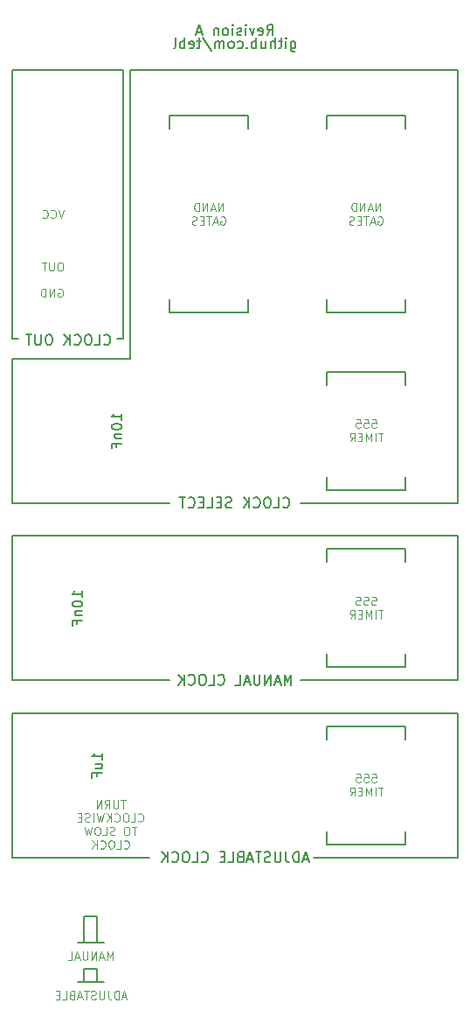
<source format=gbo>
G04 #@! TF.FileFunction,Legend,Bot*
%FSLAX46Y46*%
G04 Gerber Fmt 4.6, Leading zero omitted, Abs format (unit mm)*
G04 Created by KiCad (PCBNEW 4.0.7) date 11/28/19 14:11:55*
%MOMM*%
%LPD*%
G01*
G04 APERTURE LIST*
%ADD10C,0.100000*%
%ADD11C,0.150000*%
%ADD12C,0.200000*%
G04 APERTURE END LIST*
D10*
D11*
X153359762Y-61380714D02*
X153359762Y-62190238D01*
X153407381Y-62285476D01*
X153455000Y-62333095D01*
X153550239Y-62380714D01*
X153693096Y-62380714D01*
X153788334Y-62333095D01*
X153359762Y-61999762D02*
X153455000Y-62047381D01*
X153645477Y-62047381D01*
X153740715Y-61999762D01*
X153788334Y-61952143D01*
X153835953Y-61856905D01*
X153835953Y-61571190D01*
X153788334Y-61475952D01*
X153740715Y-61428333D01*
X153645477Y-61380714D01*
X153455000Y-61380714D01*
X153359762Y-61428333D01*
X152883572Y-62047381D02*
X152883572Y-61380714D01*
X152883572Y-61047381D02*
X152931191Y-61095000D01*
X152883572Y-61142619D01*
X152835953Y-61095000D01*
X152883572Y-61047381D01*
X152883572Y-61142619D01*
X152550239Y-61380714D02*
X152169287Y-61380714D01*
X152407382Y-61047381D02*
X152407382Y-61904524D01*
X152359763Y-61999762D01*
X152264525Y-62047381D01*
X152169287Y-62047381D01*
X151835953Y-62047381D02*
X151835953Y-61047381D01*
X151407381Y-62047381D02*
X151407381Y-61523571D01*
X151455000Y-61428333D01*
X151550238Y-61380714D01*
X151693096Y-61380714D01*
X151788334Y-61428333D01*
X151835953Y-61475952D01*
X150502619Y-61380714D02*
X150502619Y-62047381D01*
X150931191Y-61380714D02*
X150931191Y-61904524D01*
X150883572Y-61999762D01*
X150788334Y-62047381D01*
X150645476Y-62047381D01*
X150550238Y-61999762D01*
X150502619Y-61952143D01*
X150026429Y-62047381D02*
X150026429Y-61047381D01*
X150026429Y-61428333D02*
X149931191Y-61380714D01*
X149740714Y-61380714D01*
X149645476Y-61428333D01*
X149597857Y-61475952D01*
X149550238Y-61571190D01*
X149550238Y-61856905D01*
X149597857Y-61952143D01*
X149645476Y-61999762D01*
X149740714Y-62047381D01*
X149931191Y-62047381D01*
X150026429Y-61999762D01*
X149121667Y-61952143D02*
X149074048Y-61999762D01*
X149121667Y-62047381D01*
X149169286Y-61999762D01*
X149121667Y-61952143D01*
X149121667Y-62047381D01*
X148216905Y-61999762D02*
X148312143Y-62047381D01*
X148502620Y-62047381D01*
X148597858Y-61999762D01*
X148645477Y-61952143D01*
X148693096Y-61856905D01*
X148693096Y-61571190D01*
X148645477Y-61475952D01*
X148597858Y-61428333D01*
X148502620Y-61380714D01*
X148312143Y-61380714D01*
X148216905Y-61428333D01*
X147645477Y-62047381D02*
X147740715Y-61999762D01*
X147788334Y-61952143D01*
X147835953Y-61856905D01*
X147835953Y-61571190D01*
X147788334Y-61475952D01*
X147740715Y-61428333D01*
X147645477Y-61380714D01*
X147502619Y-61380714D01*
X147407381Y-61428333D01*
X147359762Y-61475952D01*
X147312143Y-61571190D01*
X147312143Y-61856905D01*
X147359762Y-61952143D01*
X147407381Y-61999762D01*
X147502619Y-62047381D01*
X147645477Y-62047381D01*
X146883572Y-62047381D02*
X146883572Y-61380714D01*
X146883572Y-61475952D02*
X146835953Y-61428333D01*
X146740715Y-61380714D01*
X146597857Y-61380714D01*
X146502619Y-61428333D01*
X146455000Y-61523571D01*
X146455000Y-62047381D01*
X146455000Y-61523571D02*
X146407381Y-61428333D01*
X146312143Y-61380714D01*
X146169286Y-61380714D01*
X146074048Y-61428333D01*
X146026429Y-61523571D01*
X146026429Y-62047381D01*
X144835953Y-60999762D02*
X145693096Y-62285476D01*
X144645477Y-61380714D02*
X144264525Y-61380714D01*
X144502620Y-61047381D02*
X144502620Y-61904524D01*
X144455001Y-61999762D01*
X144359763Y-62047381D01*
X144264525Y-62047381D01*
X143550238Y-61999762D02*
X143645476Y-62047381D01*
X143835953Y-62047381D01*
X143931191Y-61999762D01*
X143978810Y-61904524D01*
X143978810Y-61523571D01*
X143931191Y-61428333D01*
X143835953Y-61380714D01*
X143645476Y-61380714D01*
X143550238Y-61428333D01*
X143502619Y-61523571D01*
X143502619Y-61618810D01*
X143978810Y-61714048D01*
X143074048Y-62047381D02*
X143074048Y-61047381D01*
X143074048Y-61428333D02*
X142978810Y-61380714D01*
X142788333Y-61380714D01*
X142693095Y-61428333D01*
X142645476Y-61475952D01*
X142597857Y-61571190D01*
X142597857Y-61856905D01*
X142645476Y-61952143D01*
X142693095Y-61999762D01*
X142788333Y-62047381D01*
X142978810Y-62047381D01*
X143074048Y-61999762D01*
X142026429Y-62047381D02*
X142121667Y-61999762D01*
X142169286Y-61904524D01*
X142169286Y-61047381D01*
X151050238Y-60777381D02*
X151383572Y-60301190D01*
X151621667Y-60777381D02*
X151621667Y-59777381D01*
X151240714Y-59777381D01*
X151145476Y-59825000D01*
X151097857Y-59872619D01*
X151050238Y-59967857D01*
X151050238Y-60110714D01*
X151097857Y-60205952D01*
X151145476Y-60253571D01*
X151240714Y-60301190D01*
X151621667Y-60301190D01*
X150240714Y-60729762D02*
X150335952Y-60777381D01*
X150526429Y-60777381D01*
X150621667Y-60729762D01*
X150669286Y-60634524D01*
X150669286Y-60253571D01*
X150621667Y-60158333D01*
X150526429Y-60110714D01*
X150335952Y-60110714D01*
X150240714Y-60158333D01*
X150193095Y-60253571D01*
X150193095Y-60348810D01*
X150669286Y-60444048D01*
X149859762Y-60110714D02*
X149621667Y-60777381D01*
X149383571Y-60110714D01*
X149002619Y-60777381D02*
X149002619Y-60110714D01*
X149002619Y-59777381D02*
X149050238Y-59825000D01*
X149002619Y-59872619D01*
X148955000Y-59825000D01*
X149002619Y-59777381D01*
X149002619Y-59872619D01*
X148574048Y-60729762D02*
X148478810Y-60777381D01*
X148288334Y-60777381D01*
X148193095Y-60729762D01*
X148145476Y-60634524D01*
X148145476Y-60586905D01*
X148193095Y-60491667D01*
X148288334Y-60444048D01*
X148431191Y-60444048D01*
X148526429Y-60396429D01*
X148574048Y-60301190D01*
X148574048Y-60253571D01*
X148526429Y-60158333D01*
X148431191Y-60110714D01*
X148288334Y-60110714D01*
X148193095Y-60158333D01*
X147716905Y-60777381D02*
X147716905Y-60110714D01*
X147716905Y-59777381D02*
X147764524Y-59825000D01*
X147716905Y-59872619D01*
X147669286Y-59825000D01*
X147716905Y-59777381D01*
X147716905Y-59872619D01*
X147097858Y-60777381D02*
X147193096Y-60729762D01*
X147240715Y-60682143D01*
X147288334Y-60586905D01*
X147288334Y-60301190D01*
X147240715Y-60205952D01*
X147193096Y-60158333D01*
X147097858Y-60110714D01*
X146955000Y-60110714D01*
X146859762Y-60158333D01*
X146812143Y-60205952D01*
X146764524Y-60301190D01*
X146764524Y-60586905D01*
X146812143Y-60682143D01*
X146859762Y-60729762D01*
X146955000Y-60777381D01*
X147097858Y-60777381D01*
X146335953Y-60110714D02*
X146335953Y-60777381D01*
X146335953Y-60205952D02*
X146288334Y-60158333D01*
X146193096Y-60110714D01*
X146050238Y-60110714D01*
X145955000Y-60158333D01*
X145907381Y-60253571D01*
X145907381Y-60777381D01*
X144716905Y-60491667D02*
X144240714Y-60491667D01*
X144812143Y-60777381D02*
X144478810Y-59777381D01*
X144145476Y-60777381D01*
D10*
X137356667Y-134771905D02*
X136899524Y-134771905D01*
X137128095Y-135571905D02*
X137128095Y-134771905D01*
X136632857Y-134771905D02*
X136632857Y-135419524D01*
X136594762Y-135495714D01*
X136556666Y-135533810D01*
X136480476Y-135571905D01*
X136328095Y-135571905D01*
X136251904Y-135533810D01*
X136213809Y-135495714D01*
X136175714Y-135419524D01*
X136175714Y-134771905D01*
X135337619Y-135571905D02*
X135604286Y-135190952D01*
X135794762Y-135571905D02*
X135794762Y-134771905D01*
X135490000Y-134771905D01*
X135413809Y-134810000D01*
X135375714Y-134848095D01*
X135337619Y-134924286D01*
X135337619Y-135038571D01*
X135375714Y-135114762D01*
X135413809Y-135152857D01*
X135490000Y-135190952D01*
X135794762Y-135190952D01*
X134994762Y-135571905D02*
X134994762Y-134771905D01*
X134537619Y-135571905D01*
X134537619Y-134771905D01*
X138575714Y-136795714D02*
X138613809Y-136833810D01*
X138728095Y-136871905D01*
X138804285Y-136871905D01*
X138918571Y-136833810D01*
X138994762Y-136757619D01*
X139032857Y-136681429D01*
X139070952Y-136529048D01*
X139070952Y-136414762D01*
X139032857Y-136262381D01*
X138994762Y-136186190D01*
X138918571Y-136110000D01*
X138804285Y-136071905D01*
X138728095Y-136071905D01*
X138613809Y-136110000D01*
X138575714Y-136148095D01*
X137851904Y-136871905D02*
X138232857Y-136871905D01*
X138232857Y-136071905D01*
X137432857Y-136071905D02*
X137280476Y-136071905D01*
X137204285Y-136110000D01*
X137128095Y-136186190D01*
X137090000Y-136338571D01*
X137090000Y-136605238D01*
X137128095Y-136757619D01*
X137204285Y-136833810D01*
X137280476Y-136871905D01*
X137432857Y-136871905D01*
X137509047Y-136833810D01*
X137585238Y-136757619D01*
X137623333Y-136605238D01*
X137623333Y-136338571D01*
X137585238Y-136186190D01*
X137509047Y-136110000D01*
X137432857Y-136071905D01*
X136290000Y-136795714D02*
X136328095Y-136833810D01*
X136442381Y-136871905D01*
X136518571Y-136871905D01*
X136632857Y-136833810D01*
X136709048Y-136757619D01*
X136747143Y-136681429D01*
X136785238Y-136529048D01*
X136785238Y-136414762D01*
X136747143Y-136262381D01*
X136709048Y-136186190D01*
X136632857Y-136110000D01*
X136518571Y-136071905D01*
X136442381Y-136071905D01*
X136328095Y-136110000D01*
X136290000Y-136148095D01*
X135947143Y-136871905D02*
X135947143Y-136071905D01*
X135490000Y-136871905D02*
X135832857Y-136414762D01*
X135490000Y-136071905D02*
X135947143Y-136529048D01*
X135223333Y-136071905D02*
X135032857Y-136871905D01*
X134880476Y-136300476D01*
X134728095Y-136871905D01*
X134537619Y-136071905D01*
X134232857Y-136871905D02*
X134232857Y-136071905D01*
X133890000Y-136833810D02*
X133775714Y-136871905D01*
X133585238Y-136871905D01*
X133509048Y-136833810D01*
X133470952Y-136795714D01*
X133432857Y-136719524D01*
X133432857Y-136643333D01*
X133470952Y-136567143D01*
X133509048Y-136529048D01*
X133585238Y-136490952D01*
X133737619Y-136452857D01*
X133813810Y-136414762D01*
X133851905Y-136376667D01*
X133890000Y-136300476D01*
X133890000Y-136224286D01*
X133851905Y-136148095D01*
X133813810Y-136110000D01*
X133737619Y-136071905D01*
X133547143Y-136071905D01*
X133432857Y-136110000D01*
X133090000Y-136452857D02*
X132823333Y-136452857D01*
X132709047Y-136871905D02*
X133090000Y-136871905D01*
X133090000Y-136071905D01*
X132709047Y-136071905D01*
X138423334Y-137371905D02*
X137966191Y-137371905D01*
X138194762Y-138171905D02*
X138194762Y-137371905D01*
X137547143Y-137371905D02*
X137394762Y-137371905D01*
X137318571Y-137410000D01*
X137242381Y-137486190D01*
X137204286Y-137638571D01*
X137204286Y-137905238D01*
X137242381Y-138057619D01*
X137318571Y-138133810D01*
X137394762Y-138171905D01*
X137547143Y-138171905D01*
X137623333Y-138133810D01*
X137699524Y-138057619D01*
X137737619Y-137905238D01*
X137737619Y-137638571D01*
X137699524Y-137486190D01*
X137623333Y-137410000D01*
X137547143Y-137371905D01*
X136290000Y-138133810D02*
X136175714Y-138171905D01*
X135985238Y-138171905D01*
X135909048Y-138133810D01*
X135870952Y-138095714D01*
X135832857Y-138019524D01*
X135832857Y-137943333D01*
X135870952Y-137867143D01*
X135909048Y-137829048D01*
X135985238Y-137790952D01*
X136137619Y-137752857D01*
X136213810Y-137714762D01*
X136251905Y-137676667D01*
X136290000Y-137600476D01*
X136290000Y-137524286D01*
X136251905Y-137448095D01*
X136213810Y-137410000D01*
X136137619Y-137371905D01*
X135947143Y-137371905D01*
X135832857Y-137410000D01*
X135109047Y-138171905D02*
X135490000Y-138171905D01*
X135490000Y-137371905D01*
X134690000Y-137371905D02*
X134537619Y-137371905D01*
X134461428Y-137410000D01*
X134385238Y-137486190D01*
X134347143Y-137638571D01*
X134347143Y-137905238D01*
X134385238Y-138057619D01*
X134461428Y-138133810D01*
X134537619Y-138171905D01*
X134690000Y-138171905D01*
X134766190Y-138133810D01*
X134842381Y-138057619D01*
X134880476Y-137905238D01*
X134880476Y-137638571D01*
X134842381Y-137486190D01*
X134766190Y-137410000D01*
X134690000Y-137371905D01*
X134080476Y-137371905D02*
X133890000Y-138171905D01*
X133737619Y-137600476D01*
X133585238Y-138171905D01*
X133394762Y-137371905D01*
X137185238Y-139395714D02*
X137223333Y-139433810D01*
X137337619Y-139471905D01*
X137413809Y-139471905D01*
X137528095Y-139433810D01*
X137604286Y-139357619D01*
X137642381Y-139281429D01*
X137680476Y-139129048D01*
X137680476Y-139014762D01*
X137642381Y-138862381D01*
X137604286Y-138786190D01*
X137528095Y-138710000D01*
X137413809Y-138671905D01*
X137337619Y-138671905D01*
X137223333Y-138710000D01*
X137185238Y-138748095D01*
X136461428Y-139471905D02*
X136842381Y-139471905D01*
X136842381Y-138671905D01*
X136042381Y-138671905D02*
X135890000Y-138671905D01*
X135813809Y-138710000D01*
X135737619Y-138786190D01*
X135699524Y-138938571D01*
X135699524Y-139205238D01*
X135737619Y-139357619D01*
X135813809Y-139433810D01*
X135890000Y-139471905D01*
X136042381Y-139471905D01*
X136118571Y-139433810D01*
X136194762Y-139357619D01*
X136232857Y-139205238D01*
X136232857Y-138938571D01*
X136194762Y-138786190D01*
X136118571Y-138710000D01*
X136042381Y-138671905D01*
X134899524Y-139395714D02*
X134937619Y-139433810D01*
X135051905Y-139471905D01*
X135128095Y-139471905D01*
X135242381Y-139433810D01*
X135318572Y-139357619D01*
X135356667Y-139281429D01*
X135394762Y-139129048D01*
X135394762Y-139014762D01*
X135356667Y-138862381D01*
X135318572Y-138786190D01*
X135242381Y-138710000D01*
X135128095Y-138671905D01*
X135051905Y-138671905D01*
X134937619Y-138710000D01*
X134899524Y-138748095D01*
X134556667Y-139471905D02*
X134556667Y-138671905D01*
X134099524Y-139471905D02*
X134442381Y-139014762D01*
X134099524Y-138671905D02*
X134556667Y-139129048D01*
D12*
X133350000Y-148590000D02*
X134620000Y-148590000D01*
X133350000Y-152400000D02*
X134620000Y-152400000D01*
D10*
X137413571Y-153803333D02*
X137032619Y-153803333D01*
X137489762Y-154031905D02*
X137223095Y-153231905D01*
X136956428Y-154031905D01*
X136689762Y-154031905D02*
X136689762Y-153231905D01*
X136499286Y-153231905D01*
X136385000Y-153270000D01*
X136308809Y-153346190D01*
X136270714Y-153422381D01*
X136232619Y-153574762D01*
X136232619Y-153689048D01*
X136270714Y-153841429D01*
X136308809Y-153917619D01*
X136385000Y-153993810D01*
X136499286Y-154031905D01*
X136689762Y-154031905D01*
X135661190Y-153231905D02*
X135661190Y-153803333D01*
X135699286Y-153917619D01*
X135775476Y-153993810D01*
X135889762Y-154031905D01*
X135965952Y-154031905D01*
X135280238Y-153231905D02*
X135280238Y-153879524D01*
X135242143Y-153955714D01*
X135204047Y-153993810D01*
X135127857Y-154031905D01*
X134975476Y-154031905D01*
X134899285Y-153993810D01*
X134861190Y-153955714D01*
X134823095Y-153879524D01*
X134823095Y-153231905D01*
X134480238Y-153993810D02*
X134365952Y-154031905D01*
X134175476Y-154031905D01*
X134099286Y-153993810D01*
X134061190Y-153955714D01*
X134023095Y-153879524D01*
X134023095Y-153803333D01*
X134061190Y-153727143D01*
X134099286Y-153689048D01*
X134175476Y-153650952D01*
X134327857Y-153612857D01*
X134404048Y-153574762D01*
X134442143Y-153536667D01*
X134480238Y-153460476D01*
X134480238Y-153384286D01*
X134442143Y-153308095D01*
X134404048Y-153270000D01*
X134327857Y-153231905D01*
X134137381Y-153231905D01*
X134023095Y-153270000D01*
X133794524Y-153231905D02*
X133337381Y-153231905D01*
X133565952Y-154031905D02*
X133565952Y-153231905D01*
X133108809Y-153803333D02*
X132727857Y-153803333D01*
X133185000Y-154031905D02*
X132918333Y-153231905D01*
X132651666Y-154031905D01*
X132118333Y-153612857D02*
X132004047Y-153650952D01*
X131965952Y-153689048D01*
X131927857Y-153765238D01*
X131927857Y-153879524D01*
X131965952Y-153955714D01*
X132004047Y-153993810D01*
X132080238Y-154031905D01*
X132385000Y-154031905D01*
X132385000Y-153231905D01*
X132118333Y-153231905D01*
X132042143Y-153270000D01*
X132004047Y-153308095D01*
X131965952Y-153384286D01*
X131965952Y-153460476D01*
X132004047Y-153536667D01*
X132042143Y-153574762D01*
X132118333Y-153612857D01*
X132385000Y-153612857D01*
X131204047Y-154031905D02*
X131585000Y-154031905D01*
X131585000Y-153231905D01*
X130937381Y-153612857D02*
X130670714Y-153612857D01*
X130556428Y-154031905D02*
X130937381Y-154031905D01*
X130937381Y-153231905D01*
X130556428Y-153231905D01*
D12*
X133350000Y-148590000D02*
X132715000Y-148590000D01*
X134620000Y-148590000D02*
X135255000Y-148590000D01*
X134620000Y-146050000D02*
X134620000Y-148590000D01*
X133350000Y-146050000D02*
X134620000Y-146050000D01*
X133350000Y-148590000D02*
X133350000Y-146050000D01*
X133350000Y-151130000D02*
X134620000Y-151130000D01*
X133350000Y-152400000D02*
X132715000Y-152400000D01*
X133350000Y-151130000D02*
X133350000Y-152400000D01*
X134620000Y-152400000D02*
X135255000Y-152400000D01*
X134620000Y-151130000D02*
X134620000Y-152400000D01*
D10*
X136099285Y-150221905D02*
X136099285Y-149421905D01*
X135832618Y-149993333D01*
X135565951Y-149421905D01*
X135565951Y-150221905D01*
X135223094Y-149993333D02*
X134842142Y-149993333D01*
X135299285Y-150221905D02*
X135032618Y-149421905D01*
X134765951Y-150221905D01*
X134499285Y-150221905D02*
X134499285Y-149421905D01*
X134042142Y-150221905D01*
X134042142Y-149421905D01*
X133661190Y-149421905D02*
X133661190Y-150069524D01*
X133623095Y-150145714D01*
X133584999Y-150183810D01*
X133508809Y-150221905D01*
X133356428Y-150221905D01*
X133280237Y-150183810D01*
X133242142Y-150145714D01*
X133204047Y-150069524D01*
X133204047Y-149421905D01*
X132861190Y-149993333D02*
X132480238Y-149993333D01*
X132937381Y-150221905D02*
X132670714Y-149421905D01*
X132404047Y-150221905D01*
X131756428Y-150221905D02*
X132137381Y-150221905D01*
X132137381Y-149421905D01*
X131102143Y-82746905D02*
X130949762Y-82746905D01*
X130873571Y-82785000D01*
X130797381Y-82861190D01*
X130759286Y-83013571D01*
X130759286Y-83280238D01*
X130797381Y-83432619D01*
X130873571Y-83508810D01*
X130949762Y-83546905D01*
X131102143Y-83546905D01*
X131178333Y-83508810D01*
X131254524Y-83432619D01*
X131292619Y-83280238D01*
X131292619Y-83013571D01*
X131254524Y-82861190D01*
X131178333Y-82785000D01*
X131102143Y-82746905D01*
X130416429Y-82746905D02*
X130416429Y-83394524D01*
X130378334Y-83470714D01*
X130340238Y-83508810D01*
X130264048Y-83546905D01*
X130111667Y-83546905D01*
X130035476Y-83508810D01*
X129997381Y-83470714D01*
X129959286Y-83394524D01*
X129959286Y-82746905D01*
X129692620Y-82746905D02*
X129235477Y-82746905D01*
X129464048Y-83546905D02*
X129464048Y-82746905D01*
X130835476Y-85325000D02*
X130911667Y-85286905D01*
X131025952Y-85286905D01*
X131140238Y-85325000D01*
X131216429Y-85401190D01*
X131254524Y-85477381D01*
X131292619Y-85629762D01*
X131292619Y-85744048D01*
X131254524Y-85896429D01*
X131216429Y-85972619D01*
X131140238Y-86048810D01*
X131025952Y-86086905D01*
X130949762Y-86086905D01*
X130835476Y-86048810D01*
X130797381Y-86010714D01*
X130797381Y-85744048D01*
X130949762Y-85744048D01*
X130454524Y-86086905D02*
X130454524Y-85286905D01*
X129997381Y-86086905D01*
X129997381Y-85286905D01*
X129616429Y-86086905D02*
X129616429Y-85286905D01*
X129425953Y-85286905D01*
X129311667Y-85325000D01*
X129235476Y-85401190D01*
X129197381Y-85477381D01*
X129159286Y-85629762D01*
X129159286Y-85744048D01*
X129197381Y-85896429D01*
X129235476Y-85972619D01*
X129311667Y-86048810D01*
X129425953Y-86086905D01*
X129616429Y-86086905D01*
X131368810Y-77666905D02*
X131102143Y-78466905D01*
X130835476Y-77666905D01*
X130111667Y-78390714D02*
X130149762Y-78428810D01*
X130264048Y-78466905D01*
X130340238Y-78466905D01*
X130454524Y-78428810D01*
X130530715Y-78352619D01*
X130568810Y-78276429D01*
X130606905Y-78124048D01*
X130606905Y-78009762D01*
X130568810Y-77857381D01*
X130530715Y-77781190D01*
X130454524Y-77705000D01*
X130340238Y-77666905D01*
X130264048Y-77666905D01*
X130149762Y-77705000D01*
X130111667Y-77743095D01*
X129311667Y-78390714D02*
X129349762Y-78428810D01*
X129464048Y-78466905D01*
X129540238Y-78466905D01*
X129654524Y-78428810D01*
X129730715Y-78352619D01*
X129768810Y-78276429D01*
X129806905Y-78124048D01*
X129806905Y-78009762D01*
X129768810Y-77857381D01*
X129730715Y-77781190D01*
X129654524Y-77705000D01*
X129540238Y-77666905D01*
X129464048Y-77666905D01*
X129349762Y-77705000D01*
X129311667Y-77743095D01*
D11*
X135254571Y-90654143D02*
X135302190Y-90701762D01*
X135445047Y-90749381D01*
X135540285Y-90749381D01*
X135683143Y-90701762D01*
X135778381Y-90606524D01*
X135826000Y-90511286D01*
X135873619Y-90320810D01*
X135873619Y-90177952D01*
X135826000Y-89987476D01*
X135778381Y-89892238D01*
X135683143Y-89797000D01*
X135540285Y-89749381D01*
X135445047Y-89749381D01*
X135302190Y-89797000D01*
X135254571Y-89844619D01*
X134349809Y-90749381D02*
X134826000Y-90749381D01*
X134826000Y-89749381D01*
X133826000Y-89749381D02*
X133635523Y-89749381D01*
X133540285Y-89797000D01*
X133445047Y-89892238D01*
X133397428Y-90082714D01*
X133397428Y-90416048D01*
X133445047Y-90606524D01*
X133540285Y-90701762D01*
X133635523Y-90749381D01*
X133826000Y-90749381D01*
X133921238Y-90701762D01*
X134016476Y-90606524D01*
X134064095Y-90416048D01*
X134064095Y-90082714D01*
X134016476Y-89892238D01*
X133921238Y-89797000D01*
X133826000Y-89749381D01*
X132397428Y-90654143D02*
X132445047Y-90701762D01*
X132587904Y-90749381D01*
X132683142Y-90749381D01*
X132826000Y-90701762D01*
X132921238Y-90606524D01*
X132968857Y-90511286D01*
X133016476Y-90320810D01*
X133016476Y-90177952D01*
X132968857Y-89987476D01*
X132921238Y-89892238D01*
X132826000Y-89797000D01*
X132683142Y-89749381D01*
X132587904Y-89749381D01*
X132445047Y-89797000D01*
X132397428Y-89844619D01*
X131968857Y-90749381D02*
X131968857Y-89749381D01*
X131397428Y-90749381D02*
X131826000Y-90177952D01*
X131397428Y-89749381D02*
X131968857Y-90320810D01*
X130016476Y-89749381D02*
X129825999Y-89749381D01*
X129730761Y-89797000D01*
X129635523Y-89892238D01*
X129587904Y-90082714D01*
X129587904Y-90416048D01*
X129635523Y-90606524D01*
X129730761Y-90701762D01*
X129825999Y-90749381D01*
X130016476Y-90749381D01*
X130111714Y-90701762D01*
X130206952Y-90606524D01*
X130254571Y-90416048D01*
X130254571Y-90082714D01*
X130206952Y-89892238D01*
X130111714Y-89797000D01*
X130016476Y-89749381D01*
X129159333Y-89749381D02*
X129159333Y-90558905D01*
X129111714Y-90654143D01*
X129064095Y-90701762D01*
X128968857Y-90749381D01*
X128778380Y-90749381D01*
X128683142Y-90701762D01*
X128635523Y-90654143D01*
X128587904Y-90558905D01*
X128587904Y-89749381D01*
X128254571Y-89749381D02*
X127683142Y-89749381D01*
X127968857Y-90749381D02*
X127968857Y-89749381D01*
D12*
X126365000Y-90170000D02*
X126365000Y-64135000D01*
X127000000Y-90170000D02*
X126365000Y-90170000D01*
X137160000Y-90170000D02*
X136525000Y-90170000D01*
X137160000Y-64135000D02*
X137160000Y-90170000D01*
X126365000Y-64135000D02*
X137160000Y-64135000D01*
D11*
X155050239Y-140501667D02*
X154574048Y-140501667D01*
X155145477Y-140787381D02*
X154812144Y-139787381D01*
X154478810Y-140787381D01*
X154145477Y-140787381D02*
X154145477Y-139787381D01*
X153907382Y-139787381D01*
X153764524Y-139835000D01*
X153669286Y-139930238D01*
X153621667Y-140025476D01*
X153574048Y-140215952D01*
X153574048Y-140358810D01*
X153621667Y-140549286D01*
X153669286Y-140644524D01*
X153764524Y-140739762D01*
X153907382Y-140787381D01*
X154145477Y-140787381D01*
X152859762Y-139787381D02*
X152859762Y-140501667D01*
X152907382Y-140644524D01*
X153002620Y-140739762D01*
X153145477Y-140787381D01*
X153240715Y-140787381D01*
X152383572Y-139787381D02*
X152383572Y-140596905D01*
X152335953Y-140692143D01*
X152288334Y-140739762D01*
X152193096Y-140787381D01*
X152002619Y-140787381D01*
X151907381Y-140739762D01*
X151859762Y-140692143D01*
X151812143Y-140596905D01*
X151812143Y-139787381D01*
X151383572Y-140739762D02*
X151240715Y-140787381D01*
X151002619Y-140787381D01*
X150907381Y-140739762D01*
X150859762Y-140692143D01*
X150812143Y-140596905D01*
X150812143Y-140501667D01*
X150859762Y-140406429D01*
X150907381Y-140358810D01*
X151002619Y-140311190D01*
X151193096Y-140263571D01*
X151288334Y-140215952D01*
X151335953Y-140168333D01*
X151383572Y-140073095D01*
X151383572Y-139977857D01*
X151335953Y-139882619D01*
X151288334Y-139835000D01*
X151193096Y-139787381D01*
X150955000Y-139787381D01*
X150812143Y-139835000D01*
X150526429Y-139787381D02*
X149955000Y-139787381D01*
X150240715Y-140787381D02*
X150240715Y-139787381D01*
X149669286Y-140501667D02*
X149193095Y-140501667D01*
X149764524Y-140787381D02*
X149431191Y-139787381D01*
X149097857Y-140787381D01*
X148431190Y-140263571D02*
X148288333Y-140311190D01*
X148240714Y-140358810D01*
X148193095Y-140454048D01*
X148193095Y-140596905D01*
X148240714Y-140692143D01*
X148288333Y-140739762D01*
X148383571Y-140787381D01*
X148764524Y-140787381D01*
X148764524Y-139787381D01*
X148431190Y-139787381D01*
X148335952Y-139835000D01*
X148288333Y-139882619D01*
X148240714Y-139977857D01*
X148240714Y-140073095D01*
X148288333Y-140168333D01*
X148335952Y-140215952D01*
X148431190Y-140263571D01*
X148764524Y-140263571D01*
X147288333Y-140787381D02*
X147764524Y-140787381D01*
X147764524Y-139787381D01*
X146955000Y-140263571D02*
X146621666Y-140263571D01*
X146478809Y-140787381D02*
X146955000Y-140787381D01*
X146955000Y-139787381D01*
X146478809Y-139787381D01*
X144716904Y-140692143D02*
X144764523Y-140739762D01*
X144907380Y-140787381D01*
X145002618Y-140787381D01*
X145145476Y-140739762D01*
X145240714Y-140644524D01*
X145288333Y-140549286D01*
X145335952Y-140358810D01*
X145335952Y-140215952D01*
X145288333Y-140025476D01*
X145240714Y-139930238D01*
X145145476Y-139835000D01*
X145002618Y-139787381D01*
X144907380Y-139787381D01*
X144764523Y-139835000D01*
X144716904Y-139882619D01*
X143812142Y-140787381D02*
X144288333Y-140787381D01*
X144288333Y-139787381D01*
X143288333Y-139787381D02*
X143097856Y-139787381D01*
X143002618Y-139835000D01*
X142907380Y-139930238D01*
X142859761Y-140120714D01*
X142859761Y-140454048D01*
X142907380Y-140644524D01*
X143002618Y-140739762D01*
X143097856Y-140787381D01*
X143288333Y-140787381D01*
X143383571Y-140739762D01*
X143478809Y-140644524D01*
X143526428Y-140454048D01*
X143526428Y-140120714D01*
X143478809Y-139930238D01*
X143383571Y-139835000D01*
X143288333Y-139787381D01*
X141859761Y-140692143D02*
X141907380Y-140739762D01*
X142050237Y-140787381D01*
X142145475Y-140787381D01*
X142288333Y-140739762D01*
X142383571Y-140644524D01*
X142431190Y-140549286D01*
X142478809Y-140358810D01*
X142478809Y-140215952D01*
X142431190Y-140025476D01*
X142383571Y-139930238D01*
X142288333Y-139835000D01*
X142145475Y-139787381D01*
X142050237Y-139787381D01*
X141907380Y-139835000D01*
X141859761Y-139882619D01*
X141431190Y-140787381D02*
X141431190Y-139787381D01*
X140859761Y-140787381D02*
X141288333Y-140215952D01*
X140859761Y-139787381D02*
X141431190Y-140358810D01*
D12*
X126365000Y-140335000D02*
X126365000Y-126365000D01*
X139700000Y-140335000D02*
X126365000Y-140335000D01*
X169545000Y-140335000D02*
X155575000Y-140335000D01*
X169545000Y-126365000D02*
X169545000Y-140335000D01*
X126365000Y-126365000D02*
X169545000Y-126365000D01*
D11*
X153407381Y-123642381D02*
X153407381Y-122642381D01*
X153074047Y-123356667D01*
X152740714Y-122642381D01*
X152740714Y-123642381D01*
X152312143Y-123356667D02*
X151835952Y-123356667D01*
X152407381Y-123642381D02*
X152074048Y-122642381D01*
X151740714Y-123642381D01*
X151407381Y-123642381D02*
X151407381Y-122642381D01*
X150835952Y-123642381D01*
X150835952Y-122642381D01*
X150359762Y-122642381D02*
X150359762Y-123451905D01*
X150312143Y-123547143D01*
X150264524Y-123594762D01*
X150169286Y-123642381D01*
X149978809Y-123642381D01*
X149883571Y-123594762D01*
X149835952Y-123547143D01*
X149788333Y-123451905D01*
X149788333Y-122642381D01*
X149359762Y-123356667D02*
X148883571Y-123356667D01*
X149455000Y-123642381D02*
X149121667Y-122642381D01*
X148788333Y-123642381D01*
X147978809Y-123642381D02*
X148455000Y-123642381D01*
X148455000Y-122642381D01*
X146312142Y-123547143D02*
X146359761Y-123594762D01*
X146502618Y-123642381D01*
X146597856Y-123642381D01*
X146740714Y-123594762D01*
X146835952Y-123499524D01*
X146883571Y-123404286D01*
X146931190Y-123213810D01*
X146931190Y-123070952D01*
X146883571Y-122880476D01*
X146835952Y-122785238D01*
X146740714Y-122690000D01*
X146597856Y-122642381D01*
X146502618Y-122642381D01*
X146359761Y-122690000D01*
X146312142Y-122737619D01*
X145407380Y-123642381D02*
X145883571Y-123642381D01*
X145883571Y-122642381D01*
X144883571Y-122642381D02*
X144693094Y-122642381D01*
X144597856Y-122690000D01*
X144502618Y-122785238D01*
X144454999Y-122975714D01*
X144454999Y-123309048D01*
X144502618Y-123499524D01*
X144597856Y-123594762D01*
X144693094Y-123642381D01*
X144883571Y-123642381D01*
X144978809Y-123594762D01*
X145074047Y-123499524D01*
X145121666Y-123309048D01*
X145121666Y-122975714D01*
X145074047Y-122785238D01*
X144978809Y-122690000D01*
X144883571Y-122642381D01*
X143454999Y-123547143D02*
X143502618Y-123594762D01*
X143645475Y-123642381D01*
X143740713Y-123642381D01*
X143883571Y-123594762D01*
X143978809Y-123499524D01*
X144026428Y-123404286D01*
X144074047Y-123213810D01*
X144074047Y-123070952D01*
X144026428Y-122880476D01*
X143978809Y-122785238D01*
X143883571Y-122690000D01*
X143740713Y-122642381D01*
X143645475Y-122642381D01*
X143502618Y-122690000D01*
X143454999Y-122737619D01*
X143026428Y-123642381D02*
X143026428Y-122642381D01*
X142454999Y-123642381D02*
X142883571Y-123070952D01*
X142454999Y-122642381D02*
X143026428Y-123213810D01*
D12*
X126365000Y-123190000D02*
X126365000Y-109220000D01*
X141605000Y-123190000D02*
X126365000Y-123190000D01*
X169545000Y-123190000D02*
X154305000Y-123190000D01*
X169545000Y-109220000D02*
X169545000Y-123190000D01*
X126365000Y-109220000D02*
X169545000Y-109220000D01*
D11*
X152621667Y-106402143D02*
X152669286Y-106449762D01*
X152812143Y-106497381D01*
X152907381Y-106497381D01*
X153050239Y-106449762D01*
X153145477Y-106354524D01*
X153193096Y-106259286D01*
X153240715Y-106068810D01*
X153240715Y-105925952D01*
X153193096Y-105735476D01*
X153145477Y-105640238D01*
X153050239Y-105545000D01*
X152907381Y-105497381D01*
X152812143Y-105497381D01*
X152669286Y-105545000D01*
X152621667Y-105592619D01*
X151716905Y-106497381D02*
X152193096Y-106497381D01*
X152193096Y-105497381D01*
X151193096Y-105497381D02*
X151002619Y-105497381D01*
X150907381Y-105545000D01*
X150812143Y-105640238D01*
X150764524Y-105830714D01*
X150764524Y-106164048D01*
X150812143Y-106354524D01*
X150907381Y-106449762D01*
X151002619Y-106497381D01*
X151193096Y-106497381D01*
X151288334Y-106449762D01*
X151383572Y-106354524D01*
X151431191Y-106164048D01*
X151431191Y-105830714D01*
X151383572Y-105640238D01*
X151288334Y-105545000D01*
X151193096Y-105497381D01*
X149764524Y-106402143D02*
X149812143Y-106449762D01*
X149955000Y-106497381D01*
X150050238Y-106497381D01*
X150193096Y-106449762D01*
X150288334Y-106354524D01*
X150335953Y-106259286D01*
X150383572Y-106068810D01*
X150383572Y-105925952D01*
X150335953Y-105735476D01*
X150288334Y-105640238D01*
X150193096Y-105545000D01*
X150050238Y-105497381D01*
X149955000Y-105497381D01*
X149812143Y-105545000D01*
X149764524Y-105592619D01*
X149335953Y-106497381D02*
X149335953Y-105497381D01*
X148764524Y-106497381D02*
X149193096Y-105925952D01*
X148764524Y-105497381D02*
X149335953Y-106068810D01*
X147621667Y-106449762D02*
X147478810Y-106497381D01*
X147240714Y-106497381D01*
X147145476Y-106449762D01*
X147097857Y-106402143D01*
X147050238Y-106306905D01*
X147050238Y-106211667D01*
X147097857Y-106116429D01*
X147145476Y-106068810D01*
X147240714Y-106021190D01*
X147431191Y-105973571D01*
X147526429Y-105925952D01*
X147574048Y-105878333D01*
X147621667Y-105783095D01*
X147621667Y-105687857D01*
X147574048Y-105592619D01*
X147526429Y-105545000D01*
X147431191Y-105497381D01*
X147193095Y-105497381D01*
X147050238Y-105545000D01*
X146621667Y-105973571D02*
X146288333Y-105973571D01*
X146145476Y-106497381D02*
X146621667Y-106497381D01*
X146621667Y-105497381D01*
X146145476Y-105497381D01*
X145240714Y-106497381D02*
X145716905Y-106497381D01*
X145716905Y-105497381D01*
X144907381Y-105973571D02*
X144574047Y-105973571D01*
X144431190Y-106497381D02*
X144907381Y-106497381D01*
X144907381Y-105497381D01*
X144431190Y-105497381D01*
X143431190Y-106402143D02*
X143478809Y-106449762D01*
X143621666Y-106497381D01*
X143716904Y-106497381D01*
X143859762Y-106449762D01*
X143955000Y-106354524D01*
X144002619Y-106259286D01*
X144050238Y-106068810D01*
X144050238Y-105925952D01*
X144002619Y-105735476D01*
X143955000Y-105640238D01*
X143859762Y-105545000D01*
X143716904Y-105497381D01*
X143621666Y-105497381D01*
X143478809Y-105545000D01*
X143431190Y-105592619D01*
X143145476Y-105497381D02*
X142574047Y-105497381D01*
X142859762Y-106497381D02*
X142859762Y-105497381D01*
D12*
X126365000Y-106045000D02*
X126365000Y-92075000D01*
X141605000Y-106045000D02*
X126365000Y-106045000D01*
X169545000Y-106045000D02*
X154305000Y-106045000D01*
X169545000Y-64135000D02*
X169545000Y-106045000D01*
X137795000Y-64135000D02*
X169545000Y-64135000D01*
X137795000Y-92075000D02*
X137795000Y-64135000D01*
X126365000Y-92075000D02*
X137795000Y-92075000D01*
D10*
X161226428Y-132261905D02*
X161607381Y-132261905D01*
X161645476Y-132642857D01*
X161607381Y-132604762D01*
X161531190Y-132566667D01*
X161340714Y-132566667D01*
X161264524Y-132604762D01*
X161226428Y-132642857D01*
X161188333Y-132719048D01*
X161188333Y-132909524D01*
X161226428Y-132985714D01*
X161264524Y-133023810D01*
X161340714Y-133061905D01*
X161531190Y-133061905D01*
X161607381Y-133023810D01*
X161645476Y-132985714D01*
X160464523Y-132261905D02*
X160845476Y-132261905D01*
X160883571Y-132642857D01*
X160845476Y-132604762D01*
X160769285Y-132566667D01*
X160578809Y-132566667D01*
X160502619Y-132604762D01*
X160464523Y-132642857D01*
X160426428Y-132719048D01*
X160426428Y-132909524D01*
X160464523Y-132985714D01*
X160502619Y-133023810D01*
X160578809Y-133061905D01*
X160769285Y-133061905D01*
X160845476Y-133023810D01*
X160883571Y-132985714D01*
X159702618Y-132261905D02*
X160083571Y-132261905D01*
X160121666Y-132642857D01*
X160083571Y-132604762D01*
X160007380Y-132566667D01*
X159816904Y-132566667D01*
X159740714Y-132604762D01*
X159702618Y-132642857D01*
X159664523Y-132719048D01*
X159664523Y-132909524D01*
X159702618Y-132985714D01*
X159740714Y-133023810D01*
X159816904Y-133061905D01*
X160007380Y-133061905D01*
X160083571Y-133023810D01*
X160121666Y-132985714D01*
X162293096Y-133561905D02*
X161835953Y-133561905D01*
X162064524Y-134361905D02*
X162064524Y-133561905D01*
X161569286Y-134361905D02*
X161569286Y-133561905D01*
X161188334Y-134361905D02*
X161188334Y-133561905D01*
X160921667Y-134133333D01*
X160655000Y-133561905D01*
X160655000Y-134361905D01*
X160274048Y-133942857D02*
X160007381Y-133942857D01*
X159893095Y-134361905D02*
X160274048Y-134361905D01*
X160274048Y-133561905D01*
X159893095Y-133561905D01*
X159093095Y-134361905D02*
X159359762Y-133980952D01*
X159550238Y-134361905D02*
X159550238Y-133561905D01*
X159245476Y-133561905D01*
X159169285Y-133600000D01*
X159131190Y-133638095D01*
X159093095Y-133714286D01*
X159093095Y-133828571D01*
X159131190Y-133904762D01*
X159169285Y-133942857D01*
X159245476Y-133980952D01*
X159550238Y-133980952D01*
X161226428Y-115116905D02*
X161607381Y-115116905D01*
X161645476Y-115497857D01*
X161607381Y-115459762D01*
X161531190Y-115421667D01*
X161340714Y-115421667D01*
X161264524Y-115459762D01*
X161226428Y-115497857D01*
X161188333Y-115574048D01*
X161188333Y-115764524D01*
X161226428Y-115840714D01*
X161264524Y-115878810D01*
X161340714Y-115916905D01*
X161531190Y-115916905D01*
X161607381Y-115878810D01*
X161645476Y-115840714D01*
X160464523Y-115116905D02*
X160845476Y-115116905D01*
X160883571Y-115497857D01*
X160845476Y-115459762D01*
X160769285Y-115421667D01*
X160578809Y-115421667D01*
X160502619Y-115459762D01*
X160464523Y-115497857D01*
X160426428Y-115574048D01*
X160426428Y-115764524D01*
X160464523Y-115840714D01*
X160502619Y-115878810D01*
X160578809Y-115916905D01*
X160769285Y-115916905D01*
X160845476Y-115878810D01*
X160883571Y-115840714D01*
X159702618Y-115116905D02*
X160083571Y-115116905D01*
X160121666Y-115497857D01*
X160083571Y-115459762D01*
X160007380Y-115421667D01*
X159816904Y-115421667D01*
X159740714Y-115459762D01*
X159702618Y-115497857D01*
X159664523Y-115574048D01*
X159664523Y-115764524D01*
X159702618Y-115840714D01*
X159740714Y-115878810D01*
X159816904Y-115916905D01*
X160007380Y-115916905D01*
X160083571Y-115878810D01*
X160121666Y-115840714D01*
X162293096Y-116416905D02*
X161835953Y-116416905D01*
X162064524Y-117216905D02*
X162064524Y-116416905D01*
X161569286Y-117216905D02*
X161569286Y-116416905D01*
X161188334Y-117216905D02*
X161188334Y-116416905D01*
X160921667Y-116988333D01*
X160655000Y-116416905D01*
X160655000Y-117216905D01*
X160274048Y-116797857D02*
X160007381Y-116797857D01*
X159893095Y-117216905D02*
X160274048Y-117216905D01*
X160274048Y-116416905D01*
X159893095Y-116416905D01*
X159093095Y-117216905D02*
X159359762Y-116835952D01*
X159550238Y-117216905D02*
X159550238Y-116416905D01*
X159245476Y-116416905D01*
X159169285Y-116455000D01*
X159131190Y-116493095D01*
X159093095Y-116569286D01*
X159093095Y-116683571D01*
X159131190Y-116759762D01*
X159169285Y-116797857D01*
X159245476Y-116835952D01*
X159550238Y-116835952D01*
X161226428Y-97971905D02*
X161607381Y-97971905D01*
X161645476Y-98352857D01*
X161607381Y-98314762D01*
X161531190Y-98276667D01*
X161340714Y-98276667D01*
X161264524Y-98314762D01*
X161226428Y-98352857D01*
X161188333Y-98429048D01*
X161188333Y-98619524D01*
X161226428Y-98695714D01*
X161264524Y-98733810D01*
X161340714Y-98771905D01*
X161531190Y-98771905D01*
X161607381Y-98733810D01*
X161645476Y-98695714D01*
X160464523Y-97971905D02*
X160845476Y-97971905D01*
X160883571Y-98352857D01*
X160845476Y-98314762D01*
X160769285Y-98276667D01*
X160578809Y-98276667D01*
X160502619Y-98314762D01*
X160464523Y-98352857D01*
X160426428Y-98429048D01*
X160426428Y-98619524D01*
X160464523Y-98695714D01*
X160502619Y-98733810D01*
X160578809Y-98771905D01*
X160769285Y-98771905D01*
X160845476Y-98733810D01*
X160883571Y-98695714D01*
X159702618Y-97971905D02*
X160083571Y-97971905D01*
X160121666Y-98352857D01*
X160083571Y-98314762D01*
X160007380Y-98276667D01*
X159816904Y-98276667D01*
X159740714Y-98314762D01*
X159702618Y-98352857D01*
X159664523Y-98429048D01*
X159664523Y-98619524D01*
X159702618Y-98695714D01*
X159740714Y-98733810D01*
X159816904Y-98771905D01*
X160007380Y-98771905D01*
X160083571Y-98733810D01*
X160121666Y-98695714D01*
X162293096Y-99271905D02*
X161835953Y-99271905D01*
X162064524Y-100071905D02*
X162064524Y-99271905D01*
X161569286Y-100071905D02*
X161569286Y-99271905D01*
X161188334Y-100071905D02*
X161188334Y-99271905D01*
X160921667Y-99843333D01*
X160655000Y-99271905D01*
X160655000Y-100071905D01*
X160274048Y-99652857D02*
X160007381Y-99652857D01*
X159893095Y-100071905D02*
X160274048Y-100071905D01*
X160274048Y-99271905D01*
X159893095Y-99271905D01*
X159093095Y-100071905D02*
X159359762Y-99690952D01*
X159550238Y-100071905D02*
X159550238Y-99271905D01*
X159245476Y-99271905D01*
X159169285Y-99310000D01*
X159131190Y-99348095D01*
X159093095Y-99424286D01*
X159093095Y-99538571D01*
X159131190Y-99614762D01*
X159169285Y-99652857D01*
X159245476Y-99690952D01*
X159550238Y-99690952D01*
X146805476Y-77816905D02*
X146805476Y-77016905D01*
X146348333Y-77816905D01*
X146348333Y-77016905D01*
X146005476Y-77588333D02*
X145624524Y-77588333D01*
X146081667Y-77816905D02*
X145815000Y-77016905D01*
X145548333Y-77816905D01*
X145281667Y-77816905D02*
X145281667Y-77016905D01*
X144824524Y-77816905D01*
X144824524Y-77016905D01*
X144443572Y-77816905D02*
X144443572Y-77016905D01*
X144253096Y-77016905D01*
X144138810Y-77055000D01*
X144062619Y-77131190D01*
X144024524Y-77207381D01*
X143986429Y-77359762D01*
X143986429Y-77474048D01*
X144024524Y-77626429D01*
X144062619Y-77702619D01*
X144138810Y-77778810D01*
X144253096Y-77816905D01*
X144443572Y-77816905D01*
X146595952Y-78355000D02*
X146672143Y-78316905D01*
X146786428Y-78316905D01*
X146900714Y-78355000D01*
X146976905Y-78431190D01*
X147015000Y-78507381D01*
X147053095Y-78659762D01*
X147053095Y-78774048D01*
X147015000Y-78926429D01*
X146976905Y-79002619D01*
X146900714Y-79078810D01*
X146786428Y-79116905D01*
X146710238Y-79116905D01*
X146595952Y-79078810D01*
X146557857Y-79040714D01*
X146557857Y-78774048D01*
X146710238Y-78774048D01*
X146253095Y-78888333D02*
X145872143Y-78888333D01*
X146329286Y-79116905D02*
X146062619Y-78316905D01*
X145795952Y-79116905D01*
X145643572Y-78316905D02*
X145186429Y-78316905D01*
X145415000Y-79116905D02*
X145415000Y-78316905D01*
X144919762Y-78697857D02*
X144653095Y-78697857D01*
X144538809Y-79116905D02*
X144919762Y-79116905D01*
X144919762Y-78316905D01*
X144538809Y-78316905D01*
X144234047Y-79078810D02*
X144119761Y-79116905D01*
X143929285Y-79116905D01*
X143853095Y-79078810D01*
X143814999Y-79040714D01*
X143776904Y-78964524D01*
X143776904Y-78888333D01*
X143814999Y-78812143D01*
X143853095Y-78774048D01*
X143929285Y-78735952D01*
X144081666Y-78697857D01*
X144157857Y-78659762D01*
X144195952Y-78621667D01*
X144234047Y-78545476D01*
X144234047Y-78469286D01*
X144195952Y-78393095D01*
X144157857Y-78355000D01*
X144081666Y-78316905D01*
X143891190Y-78316905D01*
X143776904Y-78355000D01*
X162045476Y-77816905D02*
X162045476Y-77016905D01*
X161588333Y-77816905D01*
X161588333Y-77016905D01*
X161245476Y-77588333D02*
X160864524Y-77588333D01*
X161321667Y-77816905D02*
X161055000Y-77016905D01*
X160788333Y-77816905D01*
X160521667Y-77816905D02*
X160521667Y-77016905D01*
X160064524Y-77816905D01*
X160064524Y-77016905D01*
X159683572Y-77816905D02*
X159683572Y-77016905D01*
X159493096Y-77016905D01*
X159378810Y-77055000D01*
X159302619Y-77131190D01*
X159264524Y-77207381D01*
X159226429Y-77359762D01*
X159226429Y-77474048D01*
X159264524Y-77626429D01*
X159302619Y-77702619D01*
X159378810Y-77778810D01*
X159493096Y-77816905D01*
X159683572Y-77816905D01*
X161835952Y-78355000D02*
X161912143Y-78316905D01*
X162026428Y-78316905D01*
X162140714Y-78355000D01*
X162216905Y-78431190D01*
X162255000Y-78507381D01*
X162293095Y-78659762D01*
X162293095Y-78774048D01*
X162255000Y-78926429D01*
X162216905Y-79002619D01*
X162140714Y-79078810D01*
X162026428Y-79116905D01*
X161950238Y-79116905D01*
X161835952Y-79078810D01*
X161797857Y-79040714D01*
X161797857Y-78774048D01*
X161950238Y-78774048D01*
X161493095Y-78888333D02*
X161112143Y-78888333D01*
X161569286Y-79116905D02*
X161302619Y-78316905D01*
X161035952Y-79116905D01*
X160883572Y-78316905D02*
X160426429Y-78316905D01*
X160655000Y-79116905D02*
X160655000Y-78316905D01*
X160159762Y-78697857D02*
X159893095Y-78697857D01*
X159778809Y-79116905D02*
X160159762Y-79116905D01*
X160159762Y-78316905D01*
X159778809Y-78316905D01*
X159474047Y-79078810D02*
X159359761Y-79116905D01*
X159169285Y-79116905D01*
X159093095Y-79078810D01*
X159054999Y-79040714D01*
X159016904Y-78964524D01*
X159016904Y-78888333D01*
X159054999Y-78812143D01*
X159093095Y-78774048D01*
X159169285Y-78735952D01*
X159321666Y-78697857D01*
X159397857Y-78659762D01*
X159435952Y-78621667D01*
X159474047Y-78545476D01*
X159474047Y-78469286D01*
X159435952Y-78393095D01*
X159397857Y-78355000D01*
X159321666Y-78316905D01*
X159131190Y-78316905D01*
X159016904Y-78355000D01*
D12*
X164465000Y-139065000D02*
X164465000Y-137795000D01*
X156845000Y-139065000D02*
X164465000Y-139065000D01*
X156845000Y-137795000D02*
X156845000Y-139065000D01*
X164465000Y-127635000D02*
X164465000Y-128905000D01*
X156845000Y-127635000D02*
X164465000Y-127635000D01*
X156845000Y-128905000D02*
X156845000Y-127635000D01*
X164465000Y-121920000D02*
X164465000Y-120650000D01*
X156845000Y-121920000D02*
X164465000Y-121920000D01*
X156845000Y-120650000D02*
X156845000Y-121920000D01*
X164465000Y-110490000D02*
X164465000Y-111760000D01*
X156845000Y-110490000D02*
X164465000Y-110490000D01*
X156845000Y-111760000D02*
X156845000Y-110490000D01*
X164465000Y-104775000D02*
X164465000Y-103505000D01*
X156845000Y-104775000D02*
X164465000Y-104775000D01*
X156845000Y-103505000D02*
X156845000Y-104775000D01*
X164465000Y-93345000D02*
X164465000Y-94615000D01*
X156845000Y-93345000D02*
X164465000Y-93345000D01*
X156845000Y-94615000D02*
X156845000Y-93345000D01*
X164465000Y-87630000D02*
X164465000Y-86360000D01*
X156845000Y-87630000D02*
X164465000Y-87630000D01*
X156845000Y-86360000D02*
X156845000Y-87630000D01*
X149225000Y-87630000D02*
X149225000Y-86360000D01*
X141605000Y-87630000D02*
X149225000Y-87630000D01*
X141605000Y-86360000D02*
X141605000Y-87630000D01*
X164465000Y-68580000D02*
X164465000Y-69850000D01*
X156845000Y-68580000D02*
X164465000Y-68580000D01*
X156845000Y-69850000D02*
X156845000Y-68580000D01*
X149225000Y-68580000D02*
X149225000Y-69850000D01*
X141605000Y-68580000D02*
X149225000Y-68580000D01*
X141605000Y-69850000D02*
X141605000Y-68580000D01*
D11*
X136977381Y-97988572D02*
X136977381Y-97417143D01*
X136977381Y-97702857D02*
X135977381Y-97702857D01*
X136120238Y-97607619D01*
X136215476Y-97512381D01*
X136263095Y-97417143D01*
X135977381Y-98607619D02*
X135977381Y-98702858D01*
X136025000Y-98798096D01*
X136072619Y-98845715D01*
X136167857Y-98893334D01*
X136358333Y-98940953D01*
X136596429Y-98940953D01*
X136786905Y-98893334D01*
X136882143Y-98845715D01*
X136929762Y-98798096D01*
X136977381Y-98702858D01*
X136977381Y-98607619D01*
X136929762Y-98512381D01*
X136882143Y-98464762D01*
X136786905Y-98417143D01*
X136596429Y-98369524D01*
X136358333Y-98369524D01*
X136167857Y-98417143D01*
X136072619Y-98464762D01*
X136025000Y-98512381D01*
X135977381Y-98607619D01*
X136310714Y-99369524D02*
X136977381Y-99369524D01*
X136405952Y-99369524D02*
X136358333Y-99417143D01*
X136310714Y-99512381D01*
X136310714Y-99655239D01*
X136358333Y-99750477D01*
X136453571Y-99798096D01*
X136977381Y-99798096D01*
X136453571Y-100607620D02*
X136453571Y-100274286D01*
X136977381Y-100274286D02*
X135977381Y-100274286D01*
X135977381Y-100750477D01*
X133167381Y-115133572D02*
X133167381Y-114562143D01*
X133167381Y-114847857D02*
X132167381Y-114847857D01*
X132310238Y-114752619D01*
X132405476Y-114657381D01*
X132453095Y-114562143D01*
X132167381Y-115752619D02*
X132167381Y-115847858D01*
X132215000Y-115943096D01*
X132262619Y-115990715D01*
X132357857Y-116038334D01*
X132548333Y-116085953D01*
X132786429Y-116085953D01*
X132976905Y-116038334D01*
X133072143Y-115990715D01*
X133119762Y-115943096D01*
X133167381Y-115847858D01*
X133167381Y-115752619D01*
X133119762Y-115657381D01*
X133072143Y-115609762D01*
X132976905Y-115562143D01*
X132786429Y-115514524D01*
X132548333Y-115514524D01*
X132357857Y-115562143D01*
X132262619Y-115609762D01*
X132215000Y-115657381D01*
X132167381Y-115752619D01*
X132500714Y-116514524D02*
X133167381Y-116514524D01*
X132595952Y-116514524D02*
X132548333Y-116562143D01*
X132500714Y-116657381D01*
X132500714Y-116800239D01*
X132548333Y-116895477D01*
X132643571Y-116943096D01*
X133167381Y-116943096D01*
X132643571Y-117752620D02*
X132643571Y-117419286D01*
X133167381Y-117419286D02*
X132167381Y-117419286D01*
X132167381Y-117895477D01*
X135072381Y-130849762D02*
X135072381Y-130278333D01*
X135072381Y-130564047D02*
X134072381Y-130564047D01*
X134215238Y-130468809D01*
X134310476Y-130373571D01*
X134358095Y-130278333D01*
X134405714Y-131706905D02*
X135072381Y-131706905D01*
X134405714Y-131278333D02*
X134929524Y-131278333D01*
X135024762Y-131325952D01*
X135072381Y-131421190D01*
X135072381Y-131564048D01*
X135024762Y-131659286D01*
X134977143Y-131706905D01*
X134548571Y-132516429D02*
X134548571Y-132183095D01*
X135072381Y-132183095D02*
X134072381Y-132183095D01*
X134072381Y-132659286D01*
M02*

</source>
